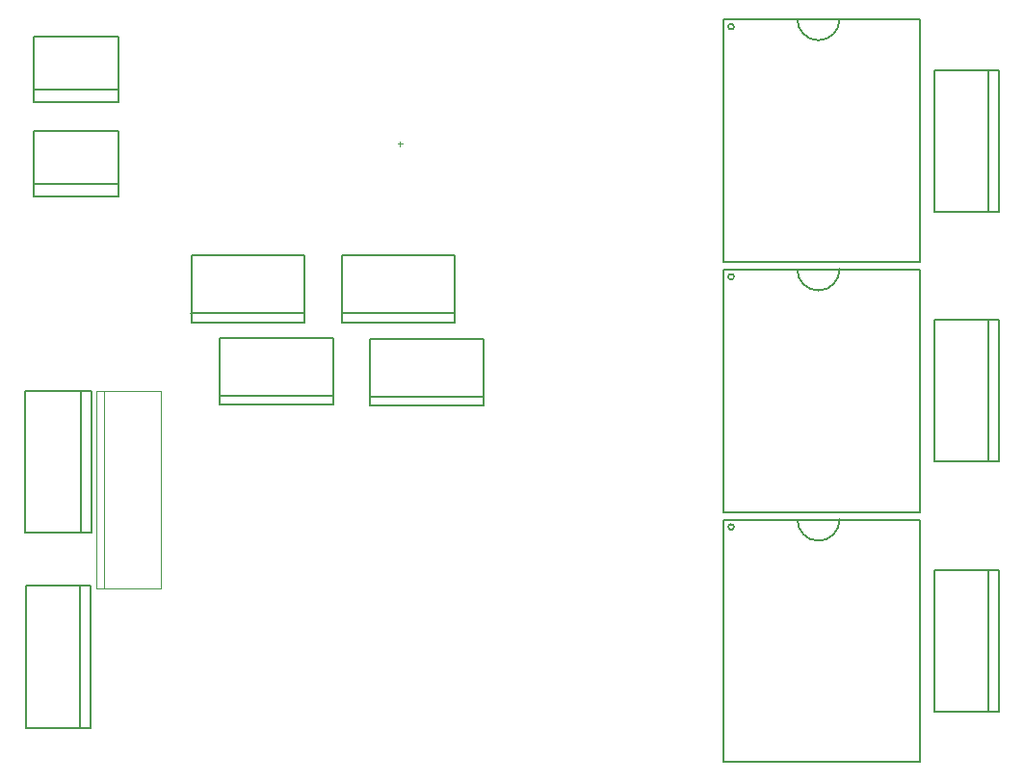
<source format=gm1>
G04*
G04 #@! TF.GenerationSoftware,Altium Limited,Altium Designer,20.2.6 (244)*
G04*
G04 Layer_Color=16711935*
%FSLAX25Y25*%
%MOIN*%
G70*
G04*
G04 #@! TF.SameCoordinates,641EFE85-6A15-4261-AD37-7AE5EDCB2416*
G04*
G04*
G04 #@! TF.FilePolarity,Positive*
G04*
G01*
G75*
%ADD48C,0.00600*%
%ADD49C,0.00787*%
%ADD50C,0.00394*%
D48*
X250769Y103555D02*
G03*
X250769Y103555I-984J0D01*
G01*
X272702Y106210D02*
G03*
X287300Y106216I7299J-96D01*
G01*
X250769Y190169D02*
G03*
X250769Y190169I-984J0D01*
G01*
X272702Y192824D02*
G03*
X287300Y192830I7299J-96D01*
G01*
X250769Y276783D02*
G03*
X250769Y276783I-984J0D01*
G01*
X272702Y279439D02*
G03*
X287300Y279444I7299J-96D01*
G01*
X24330Y34624D02*
Y83049D01*
X5629Y34132D02*
X27972Y34132D01*
X5629Y34132D02*
Y83147D01*
X27972Y34132D02*
Y83147D01*
X5629D02*
X27972D01*
X338942Y40051D02*
Y88476D01*
X320241Y39559D02*
X342584D01*
X320241D02*
Y88575D01*
X342584Y39559D02*
Y88575D01*
X320241D02*
X342584D01*
X338942Y213280D02*
Y261705D01*
X320241Y212787D02*
X342584D01*
X320241D02*
Y261803D01*
X342584Y212787D02*
Y261803D01*
X320241D02*
X342584D01*
X338942Y126665D02*
Y175091D01*
X320241Y126173D02*
X342584D01*
X320241D02*
Y175189D01*
X342584Y126173D02*
Y175189D01*
X320241D02*
X342584D01*
X5535Y150523D02*
X28370Y150523D01*
Y101606D02*
Y150523D01*
X5535Y101606D02*
Y150523D01*
Y101606D02*
X28370D01*
X24827Y101803D02*
Y150326D01*
X8410Y255069D02*
X37938Y255069D01*
X37839Y250542D02*
Y273376D01*
X8410Y250542D02*
X37839D01*
X8410D02*
Y273376D01*
X37839D01*
X8410Y240676D02*
X37839D01*
X8410Y217842D02*
Y240676D01*
Y217842D02*
X37839D01*
Y240676D01*
X8410Y222369D02*
X37938Y222369D01*
X72818Y145893D02*
X111991D01*
X111991Y169042D02*
X111991Y145893D01*
X72818D02*
Y169042D01*
X111991D01*
X72720Y149042D02*
X111794D01*
X62976Y174343D02*
X102149D01*
X102149Y197493D02*
X102149Y174343D01*
X62976D02*
Y197493D01*
X102149D01*
X62877Y177493D02*
X101952D01*
X124903Y145643D02*
X164076D01*
X164076Y168793D02*
X164076Y145643D01*
X124903D02*
Y168793D01*
X164076D01*
X124805Y148793D02*
X163880D01*
X115061Y174343D02*
X154234D01*
X154234Y197493D02*
X154234Y174343D01*
X115061D02*
Y197493D01*
X154234D01*
X114962Y177493D02*
X154037D01*
D49*
X247127Y22158D02*
Y106114D01*
Y22158D02*
X315237D01*
Y106114D01*
X247127Y106114D02*
X315237Y106114D01*
X247127Y108772D02*
Y192728D01*
Y108772D02*
X315237D01*
Y192728D01*
X247127Y192728D02*
X315237Y192728D01*
X247127Y195386D02*
Y279343D01*
Y195386D02*
X315237D01*
Y279343D01*
X247127Y279343D02*
X315237Y279343D01*
D50*
X52604Y150753D02*
X52604Y82151D01*
X29966Y150753D02*
X52604D01*
X29966Y82151D02*
X29966Y150753D01*
X29966Y82151D02*
X52604D01*
X32651Y82163D02*
Y150766D01*
X135278Y235368D02*
Y236943D01*
X134491Y236155D02*
X136065D01*
M02*

</source>
